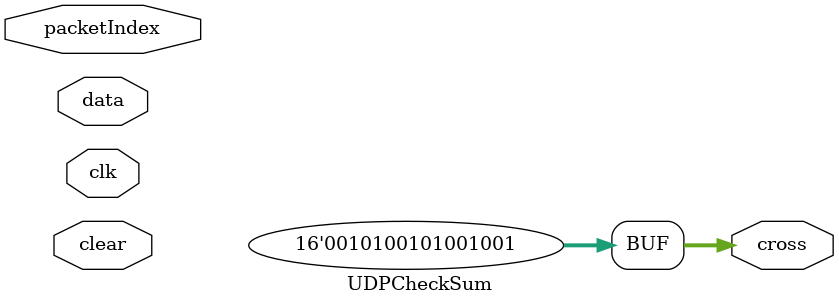
<source format=v>
`timescale 1ns / 1ps
module UDPCheckSum 
	#(parameter UDP_DATA_LNG=16'h001A) (
	
    input wire [15:0] packetIndex,
    input wire [7:0] data,
    output wire [15:0] cross, 
	 input wire clk, //posedge latches
	 input wire clear //high during clock clears to pseudo-zero
    );
	 //index in packetIndex to start computing checksum at
	 `define UDP_CHECKSUM_START 16'd34
	//total length of ETH+IP+UDP header
	//NOT including UDP checksum
	`define HEADER_LENGTH 16'd48
	//length of the "internal" header, which (for now) is just the "static"
	//checksum.  Not included in checksum calc
	`define UDP_I_HEADER_LENGTH 16'd2
	
	//added to the calculation of all UDP checksums
	//= UDP length + 0011 (IP prot = UDP)
	//`define UDP_CHECKSUM_ZERO (16'h001A + 16'h0011)
	`define UDP_CHECKSUM_ZERO (UDP_DATA_LNG + 16'h0011)
	//constant checksum, the last 16 bits of the packet 
	//are computed so that it comes out to this
	`define UDP_CHECKSUM 16'h2451 
	//length of just the data, including the cross
	//`define UDP_DATA_LNG 16'h001A
	//length of the actual, useful data
	`define UDP_TRUE_DATA_LNG (UDP_DATA_LNG-2)
	reg [31:0] accum;
	reg [7:0] MSB;
	reg low; //1 on the second byte (LSB) of each pair
	 
	wire inRange;
	assign inRange = ((packetIndex >= `UDP_CHECKSUM_START) && (packetIndex < `HEADER_LENGTH)) || (packetIndex >= (`HEADER_LENGTH + `UDP_I_HEADER_LENGTH));
	 
	always @(posedge clk) begin
		if (clear) begin
			accum <= `UDP_CHECKSUM_ZERO;
			low <= 1'b0;
		end else if (inRange) begin
			if(low) begin
				accum <= accum + {MSB,data};
				low <= 1'b0;
			end else begin
				MSB <= data;
				low <= 1'b1;
			end
		end
	end
	 
	wire [31:0] udpS0,udpS1,udpS2;
	 
	assign udpS0 = accum + {MSB,data}; //(low)?(accum + {MSB,data}):accum;
	assign udpS1 = udpS0[31:16] + udpS0[15:0];
	//assign udpS2 = udpS1[31:16] + udpS1[15:0];//probably unnecessary		
	assign cross = 16'h2949;//(~`UDP_CHECKSUM) - udpS1[15:0] - ((udpS1[15:0] > (~`UDP_CHECKSUM)) ? 16'd1 : 16'd0);

endmodule

`undef UDP_CHECKSUM_START
`undef HEADER_LENGTH 
`undef UDP_I_HEADER_LENGTH 
`undef UDP_CHECKSUM_ZERO 
`undef UDP_CHECKSUM 
`undef UDP_TRUE_DATA_LNG 

</source>
